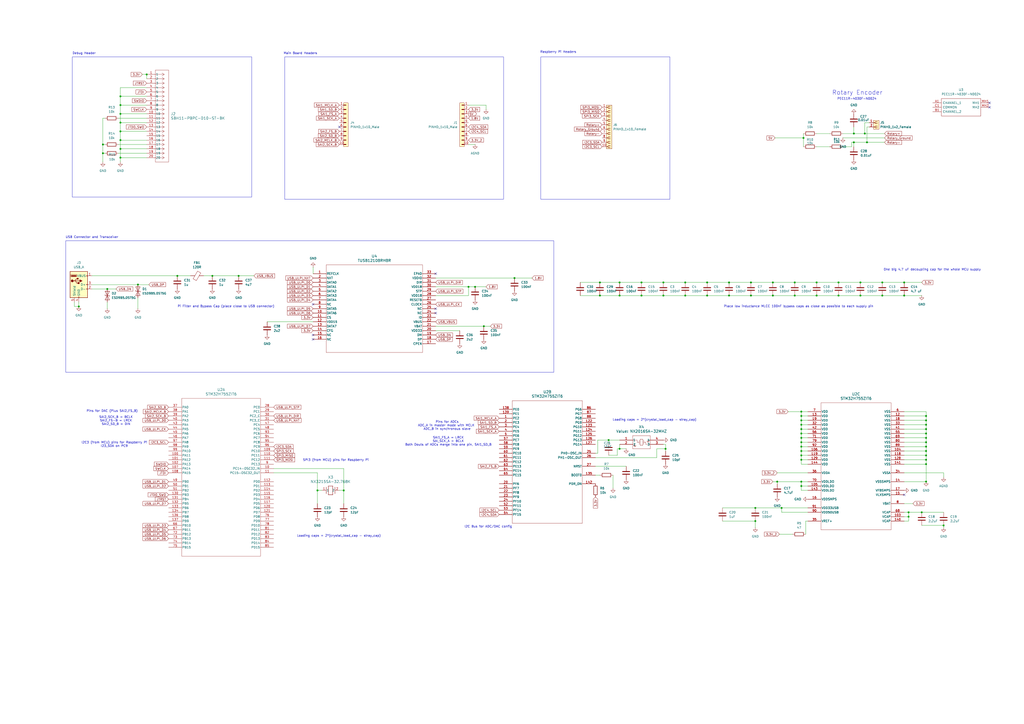
<source format=kicad_sch>
(kicad_sch (version 20231120) (generator "eeschema") (generator_version "8.0")
  (paper "A2")
  (junction (at 384.81 171.45))
  (junction (at 199.39 284.48))
  (junction (at 298.45 161.29))
  (junction (at 499.11 171.45))
  (junction (at 527.05 299.72))
  (junction (at 511.81 171.45))
  (junction (at 422.91 171.45))
  (junction (at 372.11 163.83))
  (junction (at 384.81 163.83))
  (junction (at 69.85 66.04))
  (junction (at 464.82 254))
  (junction (at 397.51 171.45))
  (junction (at 524.51 163.83))
  (junction (at 537.21 254))
  (junction (at 448.31 171.45))
  (junction (at 466.09 80.01))
  (junction (at 453.39 294.64))
  (junction (at 464.82 256.54))
  (junction (at 473.71 163.83))
  (junction (at 537.21 269.24))
  (junction (at 386.08 260.35))
  (junction (at 486.41 171.45))
  (junction (at 537.21 279.4))
  (junction (at 537.21 241.3))
  (junction (at 69.85 91.44))
  (junction (at 537.21 259.08))
  (junction (at 102.87 160.02))
  (junction (at 461.01 171.45))
  (junction (at 353.06 255.27))
  (junction (at 347.98 171.45))
  (junction (at 464.82 259.08))
  (junction (at 464.82 281.94))
  (junction (at 275.59 166.37))
  (junction (at 464.82 279.4))
  (junction (at 537.21 251.46))
  (junction (at 59.69 88.9))
  (junction (at 464.82 261.62))
  (junction (at 464.82 251.46))
  (junction (at 495.3 77.47))
  (junction (at 359.41 163.83))
  (junction (at 438.15 294.64))
  (junction (at 69.85 55.88))
  (junction (at 372.11 171.45))
  (junction (at 524.51 171.45))
  (junction (at 359.41 260.35))
  (junction (at 495.3 82.55))
  (junction (at 59.69 83.82))
  (junction (at 501.65 77.47))
  (junction (at 537.21 261.62))
  (junction (at 499.11 163.83))
  (junction (at 280.67 189.23))
  (junction (at 435.61 163.83))
  (junction (at 271.78 166.37))
  (junction (at 527.05 297.18))
  (junction (at 486.41 163.83))
  (junction (at 464.82 246.38))
  (junction (at 184.15 284.48))
  (junction (at 69.85 76.2))
  (junction (at 347.98 163.83))
  (junction (at 359.41 171.45))
  (junction (at 534.67 297.18))
  (junction (at 537.21 264.16))
  (junction (at 537.21 248.92))
  (junction (at 511.81 163.83))
  (junction (at 547.37 304.8))
  (junction (at 435.61 171.45))
  (junction (at 473.71 171.45))
  (junction (at 69.85 71.12))
  (junction (at 62.23 167.64))
  (junction (at 537.21 243.84))
  (junction (at 123.19 160.02))
  (junction (at 464.82 241.3))
  (junction (at 537.21 246.38))
  (junction (at 69.85 81.28))
  (junction (at 537.21 266.7))
  (junction (at 537.21 256.54))
  (junction (at 80.01 165.1))
  (junction (at 464.82 264.16))
  (junction (at 461.01 163.83))
  (junction (at 397.51 163.83))
  (junction (at 138.43 160.02))
  (junction (at 69.85 60.96))
  (junction (at 410.21 171.45))
  (junction (at 464.82 238.76))
  (junction (at 410.21 163.83))
  (junction (at 464.82 266.7))
  (junction (at 450.85 279.4))
  (junction (at 85.09 43.18))
  (junction (at 464.82 248.92))
  (junction (at 438.15 302.26))
  (junction (at 464.82 243.84))
  (junction (at 448.31 163.83))
  (junction (at 69.85 86.36))
  (junction (at 45.72 177.8))
  (junction (at 422.91 163.83))
  (junction (at 502.92 82.55))
  (no_connect (at 574.04 62.23))
  (no_connect (at 196.85 73.66))
  (no_connect (at 252.73 181.61))
  (no_connect (at 181.61 196.85))
  (no_connect (at 574.04 59.69))
  (no_connect (at 181.61 194.31))
  (no_connect (at 524.51 287.02))
  (no_connect (at 252.73 179.07))
  (no_connect (at 252.73 158.75))
  (no_connect (at 181.61 176.53))
  (wire (pts (xy 468.63 241.3) (xy 464.82 241.3)))
  (wire (pts (xy 68.58 83.82) (xy 85.09 83.82)))
  (wire (pts (xy 438.15 294.64) (xy 419.1 294.64)))
  (wire (pts (xy 534.67 297.18) (xy 547.37 297.18)))
  (wire (pts (xy 464.82 243.84) (xy 464.82 246.38)))
  (wire (pts (xy 464.82 261.62) (xy 464.82 264.16)))
  (wire (pts (xy 452.12 309.88) (xy 459.74 309.88)))
  (wire (pts (xy 504.19 71.12) (xy 501.65 71.12)))
  (wire (pts (xy 464.82 256.54) (xy 468.63 256.54)))
  (wire (pts (xy 488.95 80.01) (xy 513.08 80.01)))
  (wire (pts (xy 464.82 251.46) (xy 468.63 251.46)))
  (wire (pts (xy 69.85 71.12) (xy 69.85 76.2)))
  (wire (pts (xy 69.85 86.36) (xy 85.09 86.36)))
  (wire (pts (xy 524.51 163.83) (xy 534.67 163.83)))
  (wire (pts (xy 69.85 71.12) (xy 85.09 71.12)))
  (wire (pts (xy 82.55 43.18) (xy 85.09 43.18)))
  (wire (pts (xy 358.14 260.35) (xy 359.41 260.35)))
  (wire (pts (xy 464.82 269.24) (xy 468.63 269.24)))
  (wire (pts (xy 43.18 177.8) (xy 45.72 177.8)))
  (wire (pts (xy 524.51 299.72) (xy 527.05 299.72)))
  (wire (pts (xy 422.91 163.83) (xy 435.61 163.83)))
  (wire (pts (xy 69.85 76.2) (xy 85.09 76.2)))
  (wire (pts (xy 486.41 163.83) (xy 499.11 163.83)))
  (wire (pts (xy 336.55 163.83) (xy 347.98 163.83)))
  (wire (pts (xy 438.15 302.26) (xy 438.15 306.07)))
  (wire (pts (xy 501.65 71.12) (xy 501.65 77.47)))
  (wire (pts (xy 511.81 163.83) (xy 524.51 163.83)))
  (wire (pts (xy 494.03 82.55) (xy 495.3 82.55)))
  (wire (pts (xy 473.71 77.47) (xy 481.33 77.47)))
  (wire (pts (xy 69.85 81.28) (xy 85.09 81.28)))
  (wire (pts (xy 419.1 302.26) (xy 438.15 302.26)))
  (wire (pts (xy 448.31 279.4) (xy 450.85 279.4)))
  (wire (pts (xy 453.39 297.18) (xy 453.39 294.64)))
  (wire (pts (xy 62.23 175.26) (xy 62.23 179.07)))
  (wire (pts (xy 372.11 163.83) (xy 384.81 163.83)))
  (wire (pts (xy 464.82 259.08) (xy 464.82 261.62)))
  (wire (pts (xy 464.82 281.94) (xy 464.82 284.48)))
  (wire (pts (xy 43.18 175.26) (xy 43.18 177.8)))
  (wire (pts (xy 537.21 238.76) (xy 537.21 241.3)))
  (wire (pts (xy 69.85 81.28) (xy 69.85 86.36)))
  (wire (pts (xy 298.45 161.29) (xy 252.73 161.29)))
  (wire (pts (xy 464.82 254) (xy 464.82 256.54)))
  (wire (pts (xy 397.51 171.45) (xy 410.21 171.45)))
  (wire (pts (xy 53.34 165.1) (xy 80.01 165.1)))
  (wire (pts (xy 450.85 279.4) (xy 450.85 280.67)))
  (wire (pts (xy 410.21 163.83) (xy 422.91 163.83)))
  (wire (pts (xy 511.81 171.45) (xy 524.51 171.45)))
  (wire (pts (xy 513.08 77.47) (xy 501.65 77.47)))
  (wire (pts (xy 502.92 73.66) (xy 502.92 82.55)))
  (wire (pts (xy 537.21 251.46) (xy 537.21 254)))
  (wire (pts (xy 495.3 82.55) (xy 495.3 85.09)))
  (wire (pts (xy 347.98 163.83) (xy 359.41 163.83)))
  (wire (pts (xy 464.82 238.76) (xy 468.63 238.76)))
  (wire (pts (xy 464.82 261.62) (xy 468.63 261.62)))
  (wire (pts (xy 358.14 260.35) (xy 358.14 264.16)))
  (wire (pts (xy 450.85 274.32) (xy 468.63 274.32)))
  (wire (pts (xy 271.78 166.37) (xy 275.59 166.37)))
  (wire (pts (xy 275.59 166.37) (xy 281.94 166.37)))
  (wire (pts (xy 524.51 254) (xy 537.21 254)))
  (wire (pts (xy 524.51 248.92) (xy 537.21 248.92)))
  (wire (pts (xy 184.15 284.48) (xy 184.15 292.1)))
  (wire (pts (xy 186.69 284.48) (xy 184.15 284.48)))
  (wire (pts (xy 537.21 243.84) (xy 537.21 246.38)))
  (wire (pts (xy 386.08 260.35) (xy 386.08 261.62)))
  (wire (pts (xy 537.21 259.08) (xy 537.21 261.62)))
  (wire (pts (xy 504.19 73.66) (xy 502.92 73.66)))
  (wire (pts (xy 359.41 171.45) (xy 372.11 171.45)))
  (wire (pts (xy 524.51 241.3) (xy 537.21 241.3)))
  (wire (pts (xy 154.94 186.69) (xy 181.61 186.69)))
  (wire (pts (xy 345.44 275.59) (xy 347.98 275.59)))
  (wire (pts (xy 359.41 255.27) (xy 353.06 255.27)))
  (wire (pts (xy 464.82 246.38) (xy 468.63 246.38)))
  (wire (pts (xy 359.41 163.83) (xy 372.11 163.83)))
  (wire (pts (xy 547.37 276.86) (xy 547.37 274.32)))
  (wire (pts (xy 527.05 299.72) (xy 527.05 302.26)))
  (wire (pts (xy 381 260.35) (xy 381 265.43)))
  (wire (pts (xy 467.36 309.88) (xy 467.36 302.26)))
  (wire (pts (xy 464.82 264.16) (xy 464.82 266.7)))
  (wire (pts (xy 386.08 260.35) (xy 381 260.35)))
  (wire (pts (xy 347.98 171.45) (xy 359.41 171.45)))
  (wire (pts (xy 524.51 256.54) (xy 537.21 256.54)))
  (wire (pts (xy 524.51 266.7) (xy 537.21 266.7)))
  (wire (pts (xy 464.82 251.46) (xy 464.82 254)))
  (wire (pts (xy 284.48 189.23) (xy 280.67 189.23)))
  (wire (pts (xy 62.23 167.64) (xy 67.31 167.64)))
  (wire (pts (xy 537.21 261.62) (xy 537.21 264.16)))
  (wire (pts (xy 199.39 271.78) (xy 199.39 284.48)))
  (wire (pts (xy 513.08 82.55) (xy 502.92 82.55)))
  (wire (pts (xy 524.51 297.18) (xy 527.05 297.18)))
  (wire (pts (xy 435.61 171.45) (xy 448.31 171.45)))
  (wire (pts (xy 464.82 254) (xy 468.63 254)))
  (wire (pts (xy 464.82 256.54) (xy 464.82 259.08)))
  (wire (pts (xy 473.71 163.83) (xy 486.41 163.83)))
  (wire (pts (xy 495.3 73.66) (xy 495.3 77.47)))
  (wire (pts (xy 422.91 163.83) (xy 422.91 165.1)))
  (wire (pts (xy 69.85 76.2) (xy 69.85 81.28)))
  (wire (pts (xy 355.6 275.59) (xy 355.6 283.21)))
  (wire (pts (xy 524.51 261.62) (xy 537.21 261.62)))
  (wire (pts (xy 353.06 255.27) (xy 353.06 256.54)))
  (wire (pts (xy 69.85 91.44) (xy 69.85 93.98)))
  (wire (pts (xy 464.82 264.16) (xy 468.63 264.16)))
  (wire (pts (xy 346.71 255.27) (xy 346.71 262.89)))
  (wire (pts (xy 537.21 241.3) (xy 537.21 243.84)))
  (wire (pts (xy 69.85 60.96) (xy 69.85 66.04)))
  (wire (pts (xy 537.21 256.54) (xy 537.21 259.08)))
  (wire (pts (xy 69.85 66.04) (xy 85.09 66.04)))
  (wire (pts (xy 53.34 167.64) (xy 62.23 167.64)))
  (wire (pts (xy 281.94 60.96) (xy 281.94 63.5)))
  (wire (pts (xy 499.11 163.83) (xy 511.81 163.83)))
  (wire (pts (xy 271.78 60.96) (xy 281.94 60.96)))
  (wire (pts (xy 69.85 60.96) (xy 85.09 60.96)))
  (wire (pts (xy 252.73 166.37) (xy 271.78 166.37)))
  (wire (pts (xy 502.92 82.55) (xy 495.3 82.55)))
  (wire (pts (xy 60.96 68.58) (xy 59.69 68.58)))
  (wire (pts (xy 473.71 171.45) (xy 486.41 171.45)))
  (wire (pts (xy 464.82 266.7) (xy 464.82 269.24)))
  (wire (pts (xy 59.69 68.58) (xy 59.69 83.82)))
  (wire (pts (xy 468.63 243.84) (xy 464.82 243.84)))
  (wire (pts (xy 524.51 292.1) (xy 529.59 292.1)))
  (wire (pts (xy 386.08 257.81) (xy 386.08 260.35)))
  (wire (pts (xy 138.43 160.02) (xy 147.32 160.02)))
  (wire (pts (xy 80.01 172.72) (xy 80.01 179.07)))
  (wire (pts (xy 464.82 279.4) (xy 468.63 279.4)))
  (wire (pts (xy 464.82 248.92) (xy 468.63 248.92)))
  (wire (pts (xy 488.95 85.09) (xy 494.03 85.09)))
  (wire (pts (xy 537.21 264.16) (xy 537.21 266.7)))
  (wire (pts (xy 524.51 264.16) (xy 537.21 264.16)))
  (wire (pts (xy 252.73 171.45) (xy 271.78 171.45)))
  (wire (pts (xy 196.85 284.48) (xy 199.39 284.48)))
  (wire (pts (xy 199.39 284.48) (xy 199.39 292.1)))
  (wire (pts (xy 473.71 85.09) (xy 481.33 85.09)))
  (wire (pts (xy 123.19 160.02) (xy 138.43 160.02)))
  (wire (pts (xy 384.81 163.83) (xy 397.51 163.83)))
  (wire (pts (xy 527.05 297.18) (xy 534.67 297.18)))
  (wire (pts (xy 467.36 302.26) (xy 468.63 302.26)))
  (wire (pts (xy 271.78 171.45) (xy 271.78 166.37)))
  (wire (pts (xy 524.51 246.38) (xy 537.21 246.38)))
  (wire (pts (xy 435.61 163.83) (xy 448.31 163.83)))
  (wire (pts (xy 158.75 274.32) (xy 184.15 274.32)))
  (wire (pts (xy 464.82 238.76) (xy 464.82 241.3)))
  (wire (pts (xy 461.01 163.83) (xy 473.71 163.83)))
  (wire (pts (xy 494.03 85.09) (xy 494.03 82.55)))
  (wire (pts (xy 486.41 171.45) (xy 499.11 171.45)))
  (wire (pts (xy 118.11 160.02) (xy 123.19 160.02)))
  (wire (pts (xy 527.05 297.18) (xy 527.05 299.72)))
  (wire (pts (xy 464.82 246.38) (xy 464.82 248.92)))
  (wire (pts (xy 537.21 269.24) (xy 537.21 279.4)))
  (wire (pts (xy 524.51 171.45) (xy 534.67 171.45)))
  (wire (pts (xy 397.51 163.83) (xy 410.21 163.83)))
  (wire (pts (xy 363.22 260.35) (xy 359.41 260.35)))
  (wire (pts (xy 59.69 83.82) (xy 60.96 83.82)))
  (wire (pts (xy 464.82 279.4) (xy 464.82 281.94)))
  (wire (pts (xy 69.85 91.44) (xy 85.09 91.44)))
  (wire (pts (xy 69.85 66.04) (xy 69.85 71.12)))
  (wire (pts (xy 59.69 88.9) (xy 60.96 88.9)))
  (wire (pts (xy 453.39 294.64) (xy 438.15 294.64)))
  (wire (pts (xy 102.87 160.02) (xy 110.49 160.02)))
  (wire (pts (xy 53.34 160.02) (xy 102.87 160.02)))
  (wire (pts (xy 69.85 86.36) (xy 69.85 91.44)))
  (wire (pts (xy 468.63 294.64) (xy 453.39 294.64)))
  (wire (pts (xy 464.82 259.08) (xy 468.63 259.08)))
  (wire (pts (xy 488.95 77.47) (xy 495.3 77.47)))
  (wire (pts (xy 464.82 266.7) (xy 468.63 266.7)))
  (wire (pts (xy 534.67 304.8) (xy 547.37 304.8)))
  (wire (pts (xy 68.58 88.9) (xy 85.09 88.9)))
  (wire (pts (xy 69.85 50.8) (xy 69.85 55.88)))
  (wire (pts (xy 280.67 189.23) (xy 252.73 189.23)))
  (wire (pts (xy 308.61 161.29) (xy 298.45 161.29)))
  (wire (pts (xy 59.69 88.9) (xy 59.69 93.98)))
  (wire (pts (xy 464.82 241.3) (xy 464.82 243.84)))
  (wire (pts (xy 524.51 243.84) (xy 537.21 243.84)))
  (wire (pts (xy 59.69 83.82) (xy 59.69 88.9)))
  (wire (pts (xy 158.75 271.78) (xy 199.39 271.78)))
  (wire (pts (xy 85.09 68.58) (xy 68.58 68.58)))
  (wire (pts (xy 384.81 257.81) (xy 386.08 257.81)))
  (wire (pts (xy 461.01 171.45) (xy 473.71 171.45)))
  (wire (pts (xy 353.06 255.27) (xy 346.71 255.27)))
  (wire (pts (xy 464.82 284.48) (xy 468.63 284.48)))
  (wire (pts (xy 85.09 43.18) (xy 85.09 45.72)))
  (wire (pts (xy 45.72 175.26) (xy 45.72 177.8)))
  (wire (pts (xy 69.85 55.88) (xy 69.85 60.96)))
  (wire (pts (xy 464.82 281.94) (xy 468.63 281.94)))
  (wire (pts (xy 448.31 163.83) (xy 461.01 163.83)))
  (wire (pts (xy 527.05 302.26) (xy 524.51 302.26)))
  (wire (pts (xy 448.31 171.45) (xy 461.01 171.45)))
  (wire (pts (xy 468.63 297.18) (xy 453.39 297.18)))
  (wire (pts (xy 524.51 259.08) (xy 537.21 259.08)))
  (wire (pts (xy 499.11 171.45) (xy 511.81 171.45)))
  (wire (pts (xy 381 265.43) (xy 345.44 265.43)))
  (wire (pts (xy 466.09 80.01) (xy 466.09 77.47)))
  (wire (pts (xy 346.71 262.89) (xy 345.44 262.89)))
  (wire (pts (xy 449.58 80.01) (xy 466.09 80.01)))
  (wire (pts (xy 524.51 251.46) (xy 537.21 251.46)))
  (wire (pts (xy 336.55 171.45) (xy 347.98 171.45)))
  (wire (pts (xy 85.09 50.8) (xy 69.85 50.8)))
  (wire (pts (xy 464.82 248.92) (xy 464.82 251.46)))
  (wire (pts (xy 501.65 77.47) (xy 495.3 77.47)))
  (wire (pts (xy 547.37 304.8) (xy 547.37 306.07)))
  (wire (pts (xy 80.01 165.1) (xy 86.36 165.1)))
  (wire (pts (xy 359.41 257.81) (xy 359.41 260.35)))
  (wire (pts (xy 450.85 279.4) (xy 464.82 279.4)))
  (wire (pts (xy 547.37 274.32) (xy 524.51 274.32)))
  (wire (pts (xy 252.73 191.77) (xy 266.7 191.77)))
  (wire (pts (xy 184.15 274.32) (xy 184.15 284.48)))
  (wire (pts (xy 69.85 55.88) (xy 85.09 55.88)))
  (wire (pts (xy 466.09 80.01) (xy 466.09 85.09)))
  (wire (pts (xy 181.61 154.94) (xy 181.61 158.75)))
  (wire (pts (xy 537.21 266.7) (xy 537.21 269.24)))
  (wire (pts (xy 345.44 270.51) (xy 363.22 270.51)))
  (wire (pts (xy 524.51 279.4) (xy 537.21 279.4)))
  (wire (pts (xy 271.78 83.82) (xy 275.59 83.82)))
  (wire (pts (xy 422.91 171.45) (xy 435.61 171.45)))
  (wire (pts (xy 537.21 248.92) (xy 537.21 251.46)))
  (wire (pts (xy 410.21 171.45) (xy 422.91 171.45)))
  (wire (pts (xy 524.51 238.76) (xy 537.21 238.76)))
  (wire (pts (xy 537.21 254) (xy 537.21 256.54)))
  (wire (pts (xy 384.81 171.45) (xy 397.51 171.45)))
  (wire (pts (xy 358.14 264.16) (xy 353.06 264.16)))
  (wire (pts (xy 457.2 238.76) (xy 464.82 238.76)))
  (wire (pts (xy 372.11 171.45) (xy 384.81 171.45)))
  (wire (pts (xy 524.51 269.24) (xy 537.21 269.24)))
  (wire (pts (xy 537.21 246.38) (xy 537.21 248.92)))
  (rectangle (start 313.69 33.02) (end 388.62 115.57))
  (rectangle (start 38.1 139.7) (end 321.31 215.9))
  (rectangle (start 165.1 33.02) (end 292.1 115.57))
  (rectangle (start 41.91 33.02) (end 146.05 114.3))
  (text "Loading caps = 2*(crystal_load_cap - stray_cap)" (at 196.596 310.896 0) (effects (font (size 1.27 1.27))))
  (text "Debug Header" (at 48.768 30.988 0) (effects (font (size 1.27 1.27))))
  (text "Pins for DAC (Plus SAI2_FS_B)" (at 65.024 238.506 0) (effects (font (size 1.27 1.27))))
  (text "Loading caps = 2*(crystal_load_cap - stray_cap)" (at 379.73 243.586 0) (effects (font (size 1.27 1.27))))
  (text "Rotary Encoder" (at 497.332 53.848 0) (effects (font (size 2.54 2.54))))
  (text "Pi Filter and Bypass Cap (place close to USB connector)\n" (at 131.064 177.8 0) (effects (font (size 1.27 1.27))))
  (text "SPI3 (from MCU) pins for Raspberry Pi\n" (at 194.818 266.954 0) (effects (font (size 1.27 1.27))))
  (text "SAI2_SCK_B = BCLK\nSAI2_FS-B = LRCK\nSAI2_SD_B = DIN" (at 67.31 244.094 0) (effects (font (size 1.27 1.27))))
  (text "USB Connector and Transceiver" (at 53.34 137.668 0) (effects (font (size 1.27 1.27))))
  (text "Place low inductance MLCC 100nF bypass caps as close as possible to each supply pin" (at 463.296 177.8 0) (effects (font (size 1.27 1.27))))
  (text "PEC11R-4030F-N0024" (at 497.078 57.404 0) (effects (font (size 1.27 1.27))))
  (text "Raspberry Pi Headers" (at 323.85 30.226 0) (effects (font (size 1.27 1.27))))
  (text "I2C3 (from MCU) pins for Raspberry Pi\nI23_SDA on PC9" (at 66.294 257.81 0) (effects (font (size 1.27 1.27))))
  (text "I2C Bus for ADC/DAC config" (at 283.21 305.562 0) (effects (font (size 1.27 1.27))))
  (text "One big 4.7 uF decoupling cap for the whole MCU supply" (at 540.766 156.464 0) (effects (font (size 1.27 1.27))))
  (text "SAI1_FS_A = LRCK\nSAI_SCK_A = BCLK\nBoth Douts of ADCs merge into one pin, SAI1_SD_B" (at 260.096 256.032 0) (effects (font (size 1.27 1.27))))
  (text "Pins for ADCs\nADC_A in master mode with MCLK \nADC_B in synchronous slave\n" (at 259.334 246.888 0) (effects (font (size 1.27 1.27))))
  (text "Main Board Headers" (at 174.244 30.988 0) (effects (font (size 1.27 1.27))))
  (global_label "3.3V" (shape input) (at 271.78 63.5 0) (property "Intersheetrefs" "${INTERSHEET_REFS}" (effects (hide yes))))
  (global_label "SWDIO" (shape input) (at 85.09 58.42 180) (property "Intersheetrefs" "${INTERSHEET_REFS}" (effects (hide yes))))
  (global_label "SWCLK" (shape input) (at 97.79 271.78 180) (property "Intersheetrefs" "${INTERSHEET_REFS}" (effects (hide yes))))
  (global_label "USB_ULPI_D4" (shape input) (at 97.79 307.34 180) (property "Intersheetrefs" "${INTERSHEET_REFS}" (effects (hide yes))))
  (global_label "USB_ULPI_CK" (shape input) (at 252.73 176.53 0) (property "Intersheetrefs" "${INTERSHEET_REFS}" (effects (hide yes))))
  (global_label "SAI1_FS_A" (shape input) (at 289.56 247.65 180) (property "Intersheetrefs" "${INTERSHEET_REFS}" (effects (hide yes))))
  (global_label "SAI1_MCLK_A" (shape input) (at 289.56 242.57 180) (property "Intersheetrefs" "${INTERSHEET_REFS}" (effects (hide yes))))
  (global_label "USB_ULPI_D7" (shape input) (at 181.61 189.23 180) (property "Intersheetrefs" "${INTERSHEET_REFS}" (effects (hide yes))))
  (global_label "I2C3_SDA" (shape input) (at 349.25 82.55 180) (property "Intersheetrefs" "${INTERSHEET_REFS}" (effects (hide yes))))
  (global_label "USB_ULPI_STP" (shape input) (at 158.75 236.22 0) (property "Intersheetrefs" "${INTERSHEET_REFS}" (effects (hide yes))))
  (global_label "SPI3_MISO" (shape input) (at 158.75 264.16 0) (property "Intersheetrefs" "${INTERSHEET_REFS}" (effects (hide yes))))
  (global_label "1.8V" (shape input) (at 281.94 166.37 0) (property "Intersheetrefs" "${INTERSHEET_REFS}" (effects (hide yes))))
  (global_label "I2C3_SDA" (shape input) (at 158.75 259.08 0) (property "Intersheetrefs" "${INTERSHEET_REFS}" (effects (hide yes))))
  (global_label "USB_ULPI_D5" (shape input) (at 181.61 179.07 180) (property "Intersheetrefs" "${INTERSHEET_REFS}" (effects (hide yes))))
  (global_label "USB_ULPI_D2" (shape input) (at 181.61 168.91 180) (property "Intersheetrefs" "${INTERSHEET_REFS}" (effects (hide yes))))
  (global_label "1.8V" (shape input) (at 308.61 161.29 0) (property "Intersheetrefs" "${INTERSHEET_REFS}" (effects (hide yes))))
  (global_label "USB_ULPI_D0" (shape input) (at 97.79 243.84 180) (property "Intersheetrefs" "${INTERSHEET_REFS}" (effects (hide yes))))
  (global_label "USB_ULPI_DIR" (shape input) (at 158.75 241.3 0) (property "Intersheetrefs" "${INTERSHEET_REFS}" (effects (hide yes))))
  (global_label "SAI1_SCK_A" (shape input) (at 289.56 250.19 180) (property "Intersheetrefs" "${INTERSHEET_REFS}" (effects (hide yes))))
  (global_label "3.3V" (shape input) (at 82.55 43.18 180) (property "Intersheetrefs" "${INTERSHEET_REFS}" (effects (hide yes))))
  (global_label "SAI1_SD_B" (shape input) (at 196.85 63.5 180) (property "Intersheetrefs" "${INTERSHEET_REFS}" (effects (hide yes))))
  (global_label "JTRST" (shape input) (at 97.79 289.56 180) (property "Intersheetrefs" "${INTERSHEET_REFS}" (effects (hide yes))))
  (global_label "USB_ULPI_D7" (shape input) (at 97.79 292.1 180) (property "Intersheetrefs" "${INTERSHEET_REFS}" (effects (hide yes))))
  (global_label "USB_VBUS" (shape input) (at 147.32 160.02 0) (property "Intersheetrefs" "${INTERSHEET_REFS}" (effects (hide yes))))
  (global_label "USB_ULPI_D5" (shape input) (at 97.79 309.88 180) (property "Intersheetrefs" "${INTERSHEET_REFS}" (effects (hide yes))))
  (global_label "5V" (shape input) (at 449.58 80.01 180) (property "Intersheetrefs" "${INTERSHEET_REFS}" (effects (hide yes))))
  (global_label "USB_ULPI_D3" (shape input) (at 181.61 171.45 180) (property "Intersheetrefs" "${INTERSHEET_REFS}" (effects (hide yes))))
  (global_label "3.3V_2" (shape input) (at 452.12 309.88 180) (property "Intersheetrefs" "${INTERSHEET_REFS}" (effects (hide yes))))
  (global_label "JTDO_SWO" (shape input) (at 97.79 287.02 180) (property "Intersheetrefs" "${INTERSHEET_REFS}" (effects (hide yes))))
  (global_label "JTDI" (shape input) (at 97.79 274.32 180) (property "Intersheetrefs" "${INTERSHEET_REFS}" (effects (hide yes))))
  (global_label "Rotary+" (shape input) (at 349.25 72.39 180) (property "Intersheetrefs" "${INTERSHEET_REFS}" (effects (hide yes))))
  (global_label "I2C4_SDA" (shape input) (at 271.78 73.66 0) (property "Intersheetrefs" "${INTERSHEET_REFS}" (effects (hide yes))))
  (global_label "SPI3_MOSI" (shape input) (at 349.25 62.23 180) (property "Intersheetrefs" "${INTERSHEET_REFS}" (effects (hide yes))))
  (global_label "USB_ULPI_D3" (shape input) (at 97.79 304.8 180) (property "Intersheetrefs" "${INTERSHEET_REFS}" (effects (hide yes))))
  (global_label "SWDIO" (shape input) (at 97.79 269.24 180) (property "Intersheetrefs" "${INTERSHEET_REFS}" (effects (hide yes))))
  (global_label "3.3V_2" (shape input) (at 450.85 274.32 180) (property "Intersheetrefs" "${INTERSHEET_REFS}" (effects (hide yes))))
  (global_label "SAI2_FS_B" (shape input) (at 289.56 270.51 180) (property "Intersheetrefs" "${INTERSHEET_REFS}" (effects (hide yes))))
  (global_label "I2C4_SDA" (shape input) (at 289.56 298.45 180) (property "Intersheetrefs" "${INTERSHEET_REFS}" (effects (hide yes))))
  (global_label "USB_ULPI_D6" (shape input) (at 97.79 312.42 180) (property "Intersheetrefs" "${INTERSHEET_REFS}" (effects (hide yes))))
  (global_label "Rotary_Ground" (shape input) (at 513.08 80.01 0) (property "Intersheetrefs" "${INTERSHEET_REFS}" (effects (hide yes))))
  (global_label "SAI2_MCLK_B" (shape input) (at 97.79 238.76 180) (property "Intersheetrefs" "${INTERSHEET_REFS}" (effects (hide yes))))
  (global_label "3.3V" (shape input) (at 457.2 238.76 180) (property "Intersheetrefs" "${INTERSHEET_REFS}" (effects (hide yes))))
  (global_label "USB_ULPI_D6" (shape input) (at 181.61 181.61 180) (property "Intersheetrefs" "${INTERSHEET_REFS}" (effects (hide yes))))
  (global_label "SAI2_SD_B" (shape input) (at 97.79 236.22 180) (property "Intersheetrefs" "${INTERSHEET_REFS}" (effects (hide yes))))
  (global_label "3.3V" (shape input) (at 345.44 288.29 270) (property "Intersheetrefs" "${INTERSHEET_REFS}" (effects (hide yes))))
  (global_label "USB_DP" (shape input) (at 252.73 196.85 0) (property "Intersheetrefs" "${INTERSHEET_REFS}" (effects (hide yes))))
  (global_label "JTRST" (shape input) (at 85.09 48.26 180) (property "Intersheetrefs" "${INTERSHEET_REFS}" (effects (hide yes))))
  (global_label "JTDI" (shape input) (at 85.09 53.34 180) (property "Intersheetrefs" "${INTERSHEET_REFS}" (effects (hide yes))))
  (global_label "USB_ULPI_D1" (shape input) (at 97.79 279.4 180) (property "Intersheetrefs" "${INTERSHEET_REFS}" (effects (hide yes))))
  (global_label "3.3V" (shape input) (at 448.31 279.4 180) (property "Intersheetrefs" "${INTERSHEET_REFS}" (effects (hide yes))))
  (global_label "USB_VBUS" (shape input) (at 252.73 186.69 0) (property "Intersheetrefs" "${INTERSHEET_REFS}" (effects (hide yes))))
  (global_label "Rotary-" (shape input) (at 513.08 82.55 0) (property "Intersheetrefs" "${INTERSHEET_REFS}" (effects (hide yes))))
  (global_label "JTDO_SWO" (shape input) (at 85.09 73.66 180) (property "Intersheetrefs" "${INTERSHEET_REFS}" (effects (hide yes))))
  (global_label "USB_DN" (shape input) (at 252.73 194.31 0) (property "Intersheetrefs" "${INTERSHEET_REFS}" (effects (hide yes))))
  (global_label "SAI1_SCK_A" (shape input) (at 196.85 68.58 180) (property "Intersheetrefs" "${INTERSHEET_REFS}" (effects (hide yes))))
  (global_label "I2C4_SCL" (shape input) (at 289.56 295.91 180) (property "Intersheetrefs" "${INTERSHEET_REFS}" (effects (hide yes))))
  (global_label "SPI3_SCK" (shape input) (at 349.25 67.31 180) (property "Intersheetrefs" "${INTERSHEET_REFS}" (effects (hide yes))))
  (global_label "USB_DP" (shape input) (at 86.36 165.1 0) (property "Intersheetrefs" "${INTERSHEET_REFS}" (effects (hide yes))))
  (global_label "Rotary-" (shape input) (at 349.25 77.47 180) (property "Intersheetrefs" "${INTERSHEET_REFS}" (effects (hide yes))))
  (global_label "5V" (shape output) (at 271.78 66.04 0) (property "Intersheetrefs" "${INTERSHEET_REFS}" (effects (hide yes))))
  (global_label "USB_ULPI_D1" (shape input) (at 181.61 166.37 180) (property "Intersheetrefs" "${INTERSHEET_REFS}" (effects (hide yes))))
  (global_label "SAI1_MCLK_A" (shape input) (at 196.85 60.96 180) (property "Intersheetrefs" "${INTERSHEET_REFS}" (effects (hide yes))))
  (global_label "Rotary+" (shape input) (at 513.08 77.47 0) (property "Intersheetrefs" "${INTERSHEET_REFS}" (effects (hide yes))))
  (global_label "SPI3_MISO" (shape input) (at 349.25 64.77 180) (property "Intersheetrefs" "${INTERSHEET_REFS}" (effects (hide yes))))
  (global_label "SAI2_SCK_B" (shape input) (at 97.79 241.3 180) (property "Intersheetrefs" "${INTERSHEET_REFS}" (effects (hide yes))))
  (global_label "USB_ULPI_D0" (shape input) (at 181.61 163.83 180) (property "Intersheetrefs" "${INTERSHEET_REFS}" (effects (hide yes))))
  (global_label "SAI2_MCLK_B" (shape input) (at 196.85 81.28 180) (property "Intersheetrefs" "${INTERSHEET_REFS}" (effects (hide yes))))
  (global_label "SAI1_SD_B" (shape input) (at 289.56 245.11 180) (property "Intersheetrefs" "${INTERSHEET_REFS}" (effects (hide yes))))
  (global_label "3.3V" (shape input) (at 181.61 184.15 180) (property "Intersheetrefs" "${INTERSHEET_REFS}" (effects (hide yes))))
  (global_label "I2C4_SCL" (shape input) (at 271.78 76.2 0) (property "Intersheetrefs" "${INTERSHEET_REFS}" (effects (hide yes))))
  (global_label "Rotary_Ground" (shape input) (at 349.25 74.93 180) (property "Intersheetrefs" "${INTERSHEET_REFS}" (effects (hide yes))))
  (global_label "3.3V" (shape input) (at 529.59 292.1 0) (property "Intersheetrefs" "${INTERSHEET_REFS}" (effects (hide yes))))
  (global_label "SAI2_SCK_B" (shape input) (at 196.85 83.82 180) (property "Intersheetrefs" "${INTERSHEET_REFS}" (effects (hide yes))))
  (global_label "USB_ULPI_D2" (shape input) (at 97.79 281.94 180) (property "Intersheetrefs" "${INTERSHEET_REFS}" (effects (hide yes))))
  (global_label "USB_ULPI_NXT" (shape input) (at 158.75 243.84 0) (property "Intersheetrefs" "${INTERSHEET_REFS}" (effects (hide yes))))
  (global_label "SPI3_MOSI" (shape input) (at 158.75 266.7 0) (property "Intersheetrefs" "${INTERSHEET_REFS}" (effects (hide yes))))
  (global_label "USB_ULPI_DIR" (shape input) (at 252.73 163.83 0) (property "Intersheetrefs" "${INTERSHEET_REFS}" (effects (hide yes))))
  (global_label "I2C3_SCL" (shape input) (at 97.79 256.54 180) (property "Intersheetrefs" "${INTERSHEET_REFS}" (effects (hide yes))))
  (global_label "USB_ULPI_STP" (shape input) (at 252.73 168.91 0) (property "Intersheetrefs" "${INTERSHEET_REFS}" (effects (hide yes))))
  (global_label "I2C3_SCL" (shape input) (at 349.25 85.09 180) (property "Intersheetrefs" "${INTERSHEET_REFS}" (effects (hide yes))))
  (global_label "3.3V" (shape input) (at 284.48 189.23 0) (property "Intersheetrefs" "${INTERSHEET_REFS}" (effects (hide yes))))
  (global_label "USB_ULPI_D4" (shape input) (at 181.61 173.99 180) (property "Intersheetrefs" "${INTERSHEET_REFS}" (effects (hide yes))))
  (global_label "SAI2_FS_B" (shape input) (at 196.85 76.2 180) (property "Intersheetrefs" "${INTERSHEET_REFS}" (effects (hide yes))))
  (global_label "3.3V_2" (shape input) (at 271.78 81.28 0) (property "Intersheetrefs" "${INTERSHEET_REFS}" (effects (hide yes))))
  (global_label "1.8V" (shape input) (at 271.78 68.58 0) (property "Intersheetrefs" "${INTERSHEET_REFS}" (effects (hide yes))))
  (global_label "3.3V" (shape input) (at 534.67 163.83 0) (property "Intersheetrefs" "${INTERSHEET_REFS}" (effects (hide yes))))
  (global_label "SPI3_SCK" (shape input) (at 158.75 261.62 0) (property "Intersheetrefs" "${INTERSHEET_REFS}" (effects (hide yes))))
  (global_label "3.3V" (shape input) (at 181.61 191.77 180) (property "Intersheetrefs" "${INTERSHEET_REFS}" (effects (hide yes))))
  (global_label "USB_ULPI_NXT" (shape input) (at 181.61 161.29 180) (property "Intersheetrefs" "${INTERSHEET_REFS}" (effects (hide yes))))
  (global_label "USB_ULPI_CK" (shape input) (at 97.79 248.92 180) (property "Intersheetrefs" "${INTERSHEET_REFS}" (effects (hide yes))))
  (global_label "SWCLK" (shape input) (at 85.09 63.5 180) (property "Intersheetrefs" "${INTERSHEET_REFS}" (effects (hide yes))))
  (global_label "SAI2_SD_B" (shape input) (at 196.85 78.74 180) (property "Intersheetrefs" "${INTERSHEET_REFS}" (effects (hide yes))))
  (global_label "SAI1_FS_A" (shape input) (at 196.85 66.04 180) (property "Intersheetrefs" "${INTERSHEET_REFS}" (effects (hide yes))))
  (global_label "USB_DN" (shape input) (at 67.31 167.64 0) (property "Intersheetrefs" "${INTERSHEET_REFS}" (effects (hide yes))))
  (symbol (lib_id "power:GND") (at 547.37 306.07 0) (unit 1)
    (property "Reference" "#PWR09" (effects (hide yes)))
    (property "Value" "GND" (at 547.37 311.15 0))
    (property "Description" "Power symbol creates a global label with name \"GND\" , ground" (effects (hide yes)))
  )
  (symbol (lib_id "power:GND") (at 468.63 289.56 270) (unit 1)
    (property "Reference" "#PWR08" (effects (hide yes)))
    (property "Value" "GND" (at 464.82 289.5599 90) (effects (justify right)))
    (property "Description" "Power symbol creates a global label with name \"GND\" , ground" (effects (hide yes)))
  )
  (symbol (lib_id "SDLibrary:SBH11-PBPC-D10-ST-BK") (at 85.09 43.18 0) (unit 1)
    (property "Reference" "J2" (at 99.06 66.0399 0) (effects (font (size 1.524 1.524)) (justify left)))
    (property "Value" "SBH11-PBPC-D10-ST-BK" (at 99.06 68.5799 0) (effects (font (size 1.524 1.524)) (justify left)))
    (property "Footprint" "SamacSys_Parts:FTSH-110-XX-YYY-DV-K" (effects (hide yes)))
    (property "Datasheet" "SBH11-PBPC-D10-ST-BK" (effects (hide yes)))
  )
  (symbol (lib_id "Device:C") (at 102.87 163.83 0) (unit 1)
    (property "Reference" "C31" (at 106.68 162.5599 0) (effects (justify left)))
    (property "Value" "1u" (at 106.68 165.0999 0) (effects (justify left)))
    (property "Description" "Unpolarized capacitor" (effects (hide yes)))
  )
  (symbol (lib_id "Device:C") (at 524.51 167.64 0) (unit 1)
    (property "Reference" "C14" (at 528.32 166.3699 0) (effects (justify left)))
    (property "Value" "4.7 uF" (at 528.32 168.9099 0) (effects (justify left)))
    (property "Footprint" "Capacitor_SMD:C_0603_1608Metric_Pad1.08x0.95mm_HandSolder" (effects (hide yes)))
    (property "Description" "Unpolarized capacitor" (effects (hide yes)))
  )
  (symbol (lib_id "Device:R") (at 485.14 85.09 90) (unit 1)
    (property "Reference" "R11" (at 485.394 80.772 90))
    (property "Value" "10k" (at 485.394 82.296 90))
    (property "Footprint" "Resistor_SMD:R_0805_2012Metric" (effects (hide yes)))
    (property "Description" "Resistor" (effects (hide yes)))
  )
  (symbol (lib_id "Device:C") (at 363.22 274.32 0) (unit 1)
    (property "Reference" "C22" (at 367.03 273.0499 0) (effects (justify left)))
    (property "Value" "100nF" (at 367.03 275.5899 0) (effects (justify left)))
    (property "Footprint" "Capacitor_SMD:C_0603_1608Metric_Pad1.08x0.95mm_HandSolder" (effects (hide yes)))
    (property "Description" "Unpolarized capacitor" (effects (hide yes)))
  )
  (symbol (lib_id "Device:C") (at 448.31 167.64 0) (unit 1)
    (property "Reference" "C8" (at 452.12 166.3699 0) (effects (justify left)))
    (property "Value" "100nF" (at 452.12 168.9099 0) (effects (justify left)))
    (property "Footprint" "Capacitor_SMD:C_0603_1608Metric_Pad1.08x0.95mm_HandSolder" (effects (hide yes)))
    (property "Description" "Unpolarized capacitor" (effects (hide yes)))
  )
  (symbol (lib_id "Connector:USB_A") (at 45.72 165.1 0) (unit 1)
    (property "Reference" "J3" (at 45.72 152.4 0))
    (property "Value" "USB_A" (at 45.72 154.94 0))
    (property "Description" "USB Type A connector" (effects (hide yes)))
  )
  (symbol (lib_id "power:GND") (at 495.3 66.04 180) (unit 1)
    (property "Reference" "#PWR024" (effects (hide yes)))
    (property "Value" "GND" (at 495.3 60.96 0))
    (property "Description" "Power symbol creates a global label with name \"GND\" , ground" (effects (hide yes)))
  )
  (symbol (lib_id "Device:C") (at 123.19 163.83 0) (unit 1)
    (property "Reference" "C32" (at 127 162.5599 0) (effects (justify left)))
    (property "Value" "1u" (at 127 165.0999 0) (effects (justify left)))
    (property "Description" "Unpolarized capacitor" (effects (hide yes)))
  )
  (symbol (lib_id "power:GND") (at 281.94 63.5 0) (unit 1)
    (property "Reference" "#PWR021" (effects (hide yes)))
    (property "Value" "GND" (at 281.94 68.58 0))
    (property "Description" "Power symbol creates a global label with name \"GND\" , ground" (effects (hide yes)))
  )
  (symbol (lib_id "Device:FerriteBead") (at 114.3 160.02 90) (unit 1)
    (property "Reference" "FB1" (at 114.2492 152.4 90))
    (property "Value" "120R" (at 114.2492 154.94 90))
    (property "Description" "Ferrite bead" (effects (hide yes)))
  )
  (symbol (lib_id "Device:C") (at 422.91 167.64 0) (unit 1)
    (property "Reference" "C6" (at 426.72 166.3699 0) (effects (justify left)))
    (property "Value" "100nF" (at 426.72 168.9099 0) (effects (justify left)))
    (property "Footprint" "Capacitor_SMD:C_0603_1608Metric_Pad1.08x0.95mm_HandSolder" (effects (hide yes)))
    (property "Description" "Unpolarized capacitor" (effects (hide yes)))
  )
  (symbol (lib_id "Device:R") (at 485.14 77.47 90) (unit 1)
    (property "Reference" "R9" (at 485.14 71.12 90))
    (property "Value" "10k" (at 485.14 73.66 90))
    (property "Footprint" "Resistor_SMD:R_0805_2012Metric" (effects (hide yes)))
    (property "Description" "Resistor" (effects (hide yes)))
  )
  (symbol (lib_id "Device:C") (at 266.7 195.58 0) (unit 1)
    (property "Reference" "C36" (at 270.51 194.3099 0) (effects (justify left)))
    (property "Value" "2u2" (at 270.51 196.8499 0) (effects (justify left)))
    (property "Footprint" "Capacitor_SMD:C_0603_1608Metric_Pad1.08x0.95mm_HandSolder" (effects (hide yes)))
    (property "Description" "Unpolarized capacitor" (effects (hide yes)))
  )
  (symbol (lib_id "Device:C") (at 397.51 167.64 0) (unit 1)
    (property "Reference" "C4" (at 401.32 166.3699 0) (effects (justify left)))
    (property "Value" "100nF" (at 401.32 168.9099 0) (effects (justify left)))
    (property "Footprint" "Capacitor_SMD:C_0603_1608Metric_Pad1.08x0.95mm_HandSolder" (effects (hide yes)))
    (property "Description" "Unpolarized capacitor" (effects (hide yes)))
  )
  (symbol (lib_id "Device:C") (at 435.61 167.64 0) (unit 1)
    (property "Reference" "C7" (at 439.42 166.3699 0) (effects (justify left)))
    (property "Value" "100nF" (at 439.42 168.9099 0) (effects (justify left)))
    (property "Footprint" "Capacitor_SMD:C_0603_1608Metric_Pad1.08x0.95mm_HandSolder" (effects (hide yes)))
    (property "Description" "Unpolarized capacitor" (effects (hide yes)))
  )
  (symbol (lib_id "power:GND") (at 534.67 171.45 0) (unit 1)
    (property "Reference" "#PWR05" (effects (hide yes)))
    (property "Value" "GND" (at 534.67 176.53 0))
    (property "Description" "Power symbol creates a global label with name \"GND\" , ground" (effects (hide yes)))
  )
  (symbol (lib_id "SDLibrary:TUSB1210BRHBR") (at 181.61 158.75 0) (unit 1)
    (property "Reference" "U4" (at 217.17 148.59 0) (effects (font (size 1.524 1.524))))
    (property "Value" "TUSB1210BRHBR" (at 217.17 151.13 0) (effects (font (size 1.524 1.524))))
    (property "Footprint" "RHB32_3P45X3P45" (effects (hide yes)))
    (property "Datasheet" "TUSB1210BRHBR" (effects (hide yes)))
  )
  (symbol (lib_id "Device:C") (at 473.71 167.64 0) (unit 1)
    (property "Reference" "C10" (at 477.52 166.3699 0) (effects (justify left)))
    (property "Value" "100nF" (at 477.52 168.9099 0) (effects (justify left)))
    (property "Footprint" "Capacitor_SMD:C_0603_1608Metric_Pad1.08x0.95mm_HandSolder" (effects (hide yes)))
    (property "Description" "Unpolarized capacitor" (effects (hide yes)))
  )
  (symbol (lib_id "power:GND") (at 69.85 93.98 0) (unit 1)
    (property "Reference" "#PWR020" (effects (hide yes)))
    (property "Value" "GND" (at 69.85 99.06 0))
    (property "Description" "Power symbol creates a global label with name \"GND\" , ground" (effects (hide yes)))
  )
  (symbol (lib_id "power:GND") (at 547.37 276.86 0) (unit 1)
    (property "Reference" "#PWR06" (effects (hide yes)))
    (property "Value" "AGND" (at 547.37 281.94 0))
    (property "Description" "Power symbol creates a global label with name \"GND\" , ground" (effects (hide yes)))
  )
  (symbol (lib_id "PCM_SL_Pin_Headers:PINHD_1x2_Female") (at 508 72.39 0) (unit 1)
    (property "Reference" "J5" (at 510.54 71.1199 0) (effects (justify left)))
    (property "Value" "PINHD_1x2_Female" (at 510.54 73.6599 0) (effects (justify left)))
    (property "Footprint" "Connector_PinSocket_2.54mm:PinSocket_1x02_P2.54mm_Vertical" (effects (hide yes)))
    (property "Description" "Pin Header female with pin space 2.54mm. Pin Count -2" (effects (hide yes)))
  )
  (symbol (lib_id "SDLibrary:NX3215SA-32.768K-STD-MUA-9") (at 186.69 284.48 0) (unit 1)
    (property "Reference" "X3" (at 191.77 276.86 0) (effects (font (size 1.524 1.524))))
    (property "Value" "NX3215SA-32.768K" (at 191.77 279.4 0) (effects (font (size 1.524 1.524))))
    (property "Footprint" "Inductor_SMD:L_6.3x6.3_H3" (effects (hide yes)))
  )
  (symbol (lib_id "Device:C") (at 372.11 167.64 0) (unit 1)
    (property "Reference" "C15" (at 375.92 166.3699 0) (effects (justify left)))
    (property "Value" "100nF" (at 375.92 168.9099 0) (effects (justify left)))
    (property "Footprint" "Capacitor_SMD:C_0603_1608Metric_Pad1.08x0.95mm_HandSolder" (effects (hide yes)))
    (property "Description" "Unpolarized capacitor" (effects (hide yes)))
  )
  (symbol (lib_id "power:GND") (at 495.3 92.71 0) (unit 1)
    (property "Reference" "#PWR025" (effects (hide yes)))
    (property "Value" "GND" (at 495.3 97.79 0))
    (property "Description" "Power symbol creates a global label with name \"GND\" , ground" (effects (hide yes)))
  )
  (symbol (lib_id "Device:C") (at 547.37 300.99 0) (unit 1)
    (property "Reference" "C19" (at 551.18 299.7199 0) (effects (justify left)))
    (property "Value" "2.2uF" (at 551.18 302.2599 0) (effects (justify left)))
    (property "Footprint" "Capacitor_SMD:C_0603_1608Metric_Pad1.08x0.95mm_HandSolder" (effects (hide yes)))
    (property "Description" "Unpolarized capacitor" (effects (hide yes)))
  )
  (symbol (lib_id "power:GND") (at 80.01 179.07 0) (unit 1)
    (property "Reference" "#PWR030" (effects (hide yes)))
    (property "Value" "GND" (at 80.01 184.15 0))
    (property "Description" "Power symbol creates a global label with name \"GND\" , ground" (effects (hide yes)))
  )
  (symbol (lib_id "power:GND") (at 363.22 278.13 0) (unit 1)
    (property "Reference" "#PWR012" (effects (hide yes)))
    (property "Value" "GND" (at 363.22 283.21 0))
    (property "Description" "Power symbol creates a global label with name \"GND\" , ground" (effects (hide yes)))
  )
  (symbol (lib_id "Device:C") (at 138.43 163.83 0) (unit 1)
    (property "Reference" "C37" (at 142.24 162.5599 0) (effects (justify left)))
    (property "Value" "4u7" (at 142.24 165.0999 0) (effects (justify left)))
    (property "Description" "Unpolarized capacitor" (effects (hide yes)))
  )
  (symbol (lib_id "Device:C") (at 450.85 284.48 0) (unit 1)
    (property "Reference" "C17" (at 454.66 283.2099 0) (effects (justify left)))
    (property "Value" "4.7uF" (at 454.66 285.7499 0) (effects (justify left)))
    (property "Footprint" "Capacitor_SMD:C_0603_1608Metric_Pad1.08x0.95mm_HandSolder" (effects (hide yes)))
    (property "Description" "Unpolarized capacitor" (effects (hide yes)))
  )
  (symbol (lib_id "power:GND") (at 181.61 154.94 180) (unit 1)
    (property "Reference" "#PWR036" (effects (hide yes)))
    (property "Value" "GND" (at 181.61 149.86 0))
    (property "Description" "Power symbol creates a global label with name \"GND\" , ground" (effects (hide yes)))
  )
  (symbol (lib_id "power:GND") (at 275.59 173.99 0) (unit 1)
    (property "Reference" "#PWR032" (effects (hide yes)))
    (property "Value" "GND" (at 275.59 179.07 0))
    (property "Description" "Power symbol creates a global label with name \"GND\" , ground" (effects (hide yes)))
  )
  (symbol (lib_id "Device:C") (at 154.94 190.5 0) (unit 1)
    (property "Reference" "C38" (at 158.75 189.2299 0) (effects (justify left)))
    (property "Value" "2u2" (at 158.75 191.7699 0) (effects (justify left)))
    (property "Footprint" "Capacitor_SMD:C_0603_1608Metric_Pad1.08x0.95mm_HandSolder" (effects (hide yes)))
    (property "Description" "Unpolarized capacitor" (effects (hide yes)))
  )
  (symbol (lib_id "Device:C") (at 280.67 193.04 0) (unit 1)
    (property "Reference" "C35" (at 284.48 191.7699 0) (effects (justify left)))
    (property "Value" "100nF" (at 284.48 194.3099 0) (effects (justify left)))
    (property "Footprint" "Capacitor_SMD:C_0603_1608Metric_Pad1.08x0.95mm_HandSolder" (effects (hide yes)))
    (property "Description" "Unpolarized capacitor" (effects (hide yes)))
  )
  (symbol (lib_id "Device:R") (at 64.77 83.82 270) (unit 1)
    (property "Reference" "R14" (at 64.77 77.47 90))
    (property "Value" "10k" (at 64.77 80.01 90))
    (property "Footprint" "Resistor_SMD:R_0805_2012Metric" (effects (hide yes)))
    (property "Description" "Resistor" (effects (hide yes)))
  )
  (symbol (lib_id "Device:C") (at 359.41 167.64 0) (unit 1)
    (property "Reference" "C16" (at 363.22 166.3699 0) (effects (justify left)))
    (property "Value" "100nF" (at 363.22 168.9099 0) (effects (justify left)))
    (property "Footprint" "Capacitor_SMD:C_0603_1608Metric_Pad1.08x0.95mm_HandSolder" (effects (hide yes)))
    (property "Description" "Unpolarized capacitor" (effects (hide yes)))
  )
  (symbol (lib_id "Device:C") (at 298.45 165.1 0) (unit 1)
    (property "Reference" "C33" (at 302.26 163.8299 0) (effects (justify left)))
    (property "Value" "100nF" (at 302.26 166.3699 0) (effects (justify left)))
    (property "Footprint" "Capacitor_SMD:C_0603_1608Metric_Pad1.08x0.95mm_HandSolder" (effects (hide yes)))
    (property "Description" "Unpolarized capacitor" (effects (hide yes)))
  )
  (symbol (lib_id "power:GND") (at 363.22 260.35 0) (unit 1)
    (property "Reference" "#PWR017" (effects (hide yes)))
    (property "Value" "GND" (at 366.522 263.906 0))
    (property "Description" "Power symbol creates a global label with name \"GND\" , ground" (effects (hide yes)))
  )
  (symbol (lib_id "power:GND") (at 298.45 168.91 0) (unit 1)
    (property "Reference" "#PWR031" (effects (hide yes)))
    (property "Value" "GND" (at 298.45 173.99 0))
    (property "Description" "Power symbol creates a global label with name \"GND\" , ground" (effects (hide yes)))
  )
  (symbol (lib_id "Device:R") (at 469.9 77.47 90) (unit 1)
    (property "Reference" "R8" (at 469.9 71.12 90))
    (property "Value" "10k" (at 469.9 73.66 90))
    (property "Footprint" "Resistor_SMD:R_0805_2012Metric" (effects (hide yes)))
    (property "Description" "Resistor" (effects (hide yes)))
  )
  (symbol (lib_id "power:GND") (at 537.21 279.4 0) (unit 1)
    (property "Reference" "#PWR04" (effects (hide yes)))
    (property "Value" "GND" (at 537.21 284.48 0))
    (property "Description" "Power symbol creates a global label with name \"GND\" , ground" (effects (hide yes)))
  )
  (symbol (lib_id "power:GND") (at 280.67 196.85 0) (unit 1)
    (property "Reference" "#PWR033" (effects (hide yes)))
    (property "Value" "GND" (at 280.67 201.93 0))
    (property "Description" "Power symbol creates a global label with name \"GND\" , ground" (effects (hide yes)))
  )
  (symbol (lib_id "SDLibrary:NX2016SA-32MHZ-EXS00A-CS06654") (at 359.41 255.27 0) (unit 1)
    (property "Reference" "X4" (at 372.11 247.65 0) (effects (font (size 1.524 1.524))))
    (property "Value" "NX2016SA-32MHZ" (at 372.11 250.19 0) (show_name yes) (effects (font (size 1.524 1.524))))
    (property "Footprint" "SamacSys_Parts:FA-238_EPS" (effects (hide yes)))
  )
  (symbol (lib_id "power:GND") (at 154.94 194.31 0) (unit 1)
    (property "Reference" "#PWR037" (effects (hide yes)))
    (property "Value" "GND" (at 154.94 199.39 0))
    (property "Description" "Power symbol creates a global label with name \"GND\" , ground" (effects (hide yes)))
  )
  (symbol (lib_id "Device:C") (at 336.55 167.64 0) (unit 1)
    (property "Reference" "C30" (at 340.36 166.3699 0) (effects (justify left)))
    (property "Value" "100nF" (at 340.36 168.9099 0) (effects (justify left)))
    (property "Footprint" "Capacitor_SMD:C_0603_1608Metric_Pad1.08x0.95mm_HandSolder" (effects (hide yes)))
    (property "Description" "Unpolarized capacitor" (effects (hide yes)))
  )
  (symbol (lib_id "Device:C") (at 511.81 167.64 0) (unit 1)
    (property "Reference" "C13" (at 515.62 166.3699 0) (effects (justify left)))
    (property "Value" "100nF" (at 515.62 168.9099 0) (effects (justify left)))
    (property "Footprint" "Capacitor_SMD:C_0603_1608Metric_Pad1.08x0.95mm_HandSolder" (effects (hide yes)))
    (property "Description" "Unpolarized capacitor" (effects (hide yes)))
  )
  (symbol (lib_id "power:GND") (at 123.19 167.64 0) (unit 1)
    (property "Reference" "#PWR028" (effects (hide yes)))
    (property "Value" "GND" (at 123.19 172.72 0))
    (property "Description" "Power symbol creates a global label with name \"GND\" , ground" (effects (hide yes)))
  )
  (symbol (lib_id "Device:C") (at 495.3 69.85 0) (unit 1)
    (property "Reference" "C27" (at 498.856 67.564 0) (effects (justify left)))
    (property "Value" "0.01uF" (at 497.586 69.596 0) (effects (justify left)))
    (property "Footprint" "Capacitor_SMD:C_0603_1608Metric_Pad1.08x0.95mm_HandSolder" (effects (hide yes)))
    (property "Description" "Unpolarized capacitor" (effects (hide yes)))
  )
  (symbol (lib_id "Device:R") (at 469.9 85.09 90) (unit 1)
    (property "Reference" "R10" (at 469.9 81.026 90))
    (property "Value" "10k" (at 469.9 83.058 90))
    (property "Footprint" "Resistor_SMD:R_0805_2012Metric" (effects (hide yes)))
    (property "Description" "Resistor" (effects (hide yes)))
  )
  (symbol (lib_id "Device:C") (at 199.39 295.91 0) (unit 1)
    (property "Reference" "C24" (at 203.2 294.6399 0) (effects (justify left)))
    (property "Value" "12pF" (at 203.2 297.1799 0) (effects (justify left)))
    (property "Footprint" "Capacitor_SMD:C_0603_1608Metric_Pad1.08x0.95mm_HandSolder" (effects (hide yes)))
    (property "Description" "Unpolarized capacitor" (effects (hide yes)))
  )
  (symbol (lib_id "power:GND") (at 138.43 167.64 0) (unit 1)
    (property "Reference" "#PWR035" (effects (hide yes)))
    (property "Value" "GND" (at 138.43 172.72 0))
    (property "Description" "Power symbol creates a global label with name \"GND\" , ground" (effects (hide yes)))
  )
  (symbol (lib_id "power:GND") (at 386.08 269.24 0) (unit 1)
    (property "Reference" "#PWR018" (effects (hide yes)))
    (property "Value" "GND" (at 386.08 274.32 0))
    (property "Description" "Power symbol creates a global label with name \"GND\" , ground" (effects (hide yes)))
  )
  (symbol (lib_id "Device:R") (at 463.55 309.88 270) (unit 1)
    (property "Reference" "R5" (at 463.55 303.53 90))
    (property "Value" "47" (at 463.55 306.07 90))
    (property "Footprint" "Resistor_SMD:R_0805_2012Metric" (effects (hide yes)))
    (property "Description" "Resistor" (effects (hide yes)))
  )
  (symbol (lib_id "Diode:ESD9B5.0ST5G") (at 80.01 168.91 90) (unit 1)
    (property "Reference" "D1" (at 82.55 167.6399 90) (effects (justify right)))
    (property "Value" "ESD9B5.0ST5G" (at 82.55 170.1799 90) (effects (justify right)))
    (property "Footprint" "Diode_SMD:D_SOD-923" (effects (hide yes)))
    (property "Datasheet" "https://www.onsemi.com/pub/Collateral/ESD9B-D.PDF" (effects (hide yes)))
    (property "Description" "ESD protection diode, 5.0Vrwm, SOD-923" (effects (hide yes)))
  )
  (symbol (lib_id "power:GND") (at 45.72 177.8 0) (unit 1)
    (property "Reference" "#PWR026" (effects (hide yes)))
    (property "Value" "GND" (at 45.72 182.88 0))
    (property "Description" "Power symbol creates a global label with name \"GND\" , ground" (effects (hide yes)))
  )
  (symbol (lib_id "Diode:ESD9B5.0ST5G") (at 62.23 171.45 90) (unit 1)
    (property "Reference" "D2" (at 64.77 170.1799 90) (effects (justify right)))
    (property "Value" "ESD9B5.0ST5G" (at 64.77 172.7199 90) (effects (justify right)))
    (property "Footprint" "Diode_SMD:D_SOD-923" (effects (hide yes)))
    (property "Datasheet" "https://www.onsemi.com/pub/Collateral/ESD9B-D.PDF" (effects (hide yes)))
    (property "Description" "ESD protection diode, 5.0Vrwm, SOD-923" (effects (hide yes)))
  )
  (symbol (lib_id "power:GND") (at 184.15 299.72 0) (unit 1)
    (property "Reference" "#PWR014" (effects (hide yes)))
    (property "Value" "GND" (at 184.15 304.8 0))
    (property "Description" "Power symbol creates a global label with name \"GND\" , ground" (effects (hide yes)))
  )
  (symbol (lib_id "Device:C") (at 410.21 167.64 0) (unit 1)
    (property "Reference" "C5" (at 414.02 166.3699 0) (effects (justify left)))
    (property "Value" "100nF" (at 414.02 168.9099 0) (effects (justify left)))
    (property "Footprint" "Capacitor_SMD:C_0603_1608Metric_Pad1.08x0.95mm_HandSolder" (effects (hide yes)))
    (property "Description" "Unpolarized capacitor" (effects (hide yes)))
  )
  (symbol (lib_id "Device:R") (at 64.77 68.58 270) (unit 1)
    (property "Reference" "R13" (at 64.77 62.23 90))
    (property "Value" "10k" (at 64.77 64.77 90))
    (property "Footprint" "Resistor_SMD:R_0805_2012Metric" (effects (hide yes)))
    (property "Description" "Resistor" (effects (hide yes)))
  )
  (symbol (lib_id "Device:R") (at 351.79 275.59 90) (unit 1)
    (property "Reference" "R7" (at 351.79 269.24 90))
    (property "Value" "10k" (at 351.79 271.78 90))
    (property "Footprint" "Resistor_SMD:R_0805_2012Metric" (effects (hide yes)))
    (property "Description" "Resistor" (effects (hide yes)))
  )
  (symbol (lib_id "power:GND") (at 438.15 306.07 0) (unit 1)
    (property "Reference" "#PWR011" (effects (hide yes)))
    (property "Value" "GND" (at 438.15 311.15 0))
    (property "Description" "Power symbol creates a global label with name \"GND\" , ground" (effects (hide yes)))
  )
  (symbol (lib_id "power:GND") (at 488.95 80.01 0) (unit 1)
    (property "Reference" "#PWR023" (effects (hide yes)))
    (property "Value" "GND" (at 488.95 85.09 0))
    (property "Description" "Power symbol creates a global label with name \"GND\" , ground" (effects (hide yes)))
  )
  (symbol (lib_id "Device:C") (at 184.15 295.91 0) (unit 1)
    (property "Reference" "C23" (at 187.96 294.6399 0) (effects (justify left)))
    (property "Value" "12pF" (at 187.96 297.1799 0) (effects (justify left)))
    (property "Footprint" "Capacitor_SMD:C_0603_1608Metric_Pad1.08x0.95mm_HandSolder" (effects (hide yes)))
    (property "Description" "Unpolarized capacitor" (effects (hide yes)))
  )
  (symbol (lib_id "Device:R") (at 345.44 284.48 0) (unit 1)
    (property "Reference" "R6" (at 347.98 283.2099 0) (effects (justify left)))
    (property "Value" "10k" (at 347.98 285.7499 0) (effects (justify left)))
    (property "Footprint" "Resistor_SMD:R_0805_2012Metric" (effects (hide yes)))
    (property "Description" "Resistor" (effects (hide yes)))
  )
  (symbol (lib_id "PCM_SL_Pin_Headers:PINHD_1x10_Male") (at 200.66 72.39 0) (unit 1)
    (property "Reference" "J4" (at 203.2 71.1199 0) (effects (justify left)))
    (property "Value" "PINHD_1x10_Male" (at 203.2 73.6599 0) (effects (justify left)))
    (property "Footprint" "Connector_PinHeader_2.54mm:PinHeader_1x10_P2.54mm_Vertical" (effects (hide yes)))
    (property "Description" "Pin Header male with pin space 2.54mm. Pin Count -10" (effects (hide yes)))
  )
  (symbol (lib_id "Device:C") (at 384.81 167.64 0) (unit 1)
    (property "Reference" "C3" (at 388.62 166.3699 0) (effects (justify left)))
    (property "Value" "100nF" (at 388.62 168.9099 0) (effects (justify left)))
    (property "Footprint" "Capacitor_SMD:C_0603_1608Metric_Pad1.08x0.95mm_HandSolder" (effects (hide yes)))
    (property "Description" "Unpolarized capacitor" (effects (hide yes)))
  )
  (symbol (lib_id "power:GND") (at 355.6 283.21 0) (unit 1)
    (property "Reference" "#PWR013" (effects (hide yes)))
    (property "Value" "GND" (at 355.6 288.29 0))
    (property "Description" "Power symbol creates a global label with name \"GND\" , ground" (effects (hide yes)))
  )
  (symbol (lib_id "Device:C") (at 438.15 298.45 0) (unit 1)
    (property "Reference" "C21" (at 441.96 297.1799 0) (effects (justify left)))
    (property "Value" "100nF" (at 441.96 299.7199 0) (effects (justify left)))
    (property "Footprint" "Capacitor_SMD:C_0603_1608Metric_Pad1.08x0.95mm_HandSolder" (effects (hide yes)))
    (property "Description" "Unpolarized capacitor" (effects (hide yes)))
  )
  (symbol (lib_id "power:GND") (at 62.23 179.07 0) (unit 1)
    (property "Reference" "#PWR029" (effects (hide yes)))
    (property "Value" "GND" (at 62.23 184.15 0))
    (property "Description" "Power symbol creates a global label with name \"GND\" , ground" (effects (hide yes)))
  )
  (symbol (lib_id "SDLibrary:STM32H755ZIT6") (at 97.79 236.22 0) (unit 1)
    (property "Reference" "U2" (at 128.27 226.06 0) (effects (font (size 1.524 1.524))))
    (property "Value" "STM32H755ZIT6" (at 128.27 228.6 0) (effects (font (size 1.524 1.524))))
    (property "Footprint" "SamacSys_Parts:QFP50P2200X2200X160-144N" (effects (hide yes)))
    (property "Datasheet" "STM32H755ZIT6" (effects (hide yes)))
  )
  (symbol (lib_id "PCM_SL_Pin_Headers:PINHD_1x10_Male") (at 267.97 72.39 0) (mirror y) (unit 1)
    (property "Reference" "J1" (at 265.43 71.1199 0) (effects (justify left)))
    (property "Value" "PINHD_1x10_Male" (at 265.43 73.6599 0) (effects (justify left)))
    (property "Footprint" "Connector_PinHeader_2.54mm:PinHeader_1x10_P2.54mm_Vertical" (effects (hide yes)))
    (property "Description" "Pin Header male with pin space 2.54mm. Pin Count -10" (effects (hide yes)))
  )
  (symbol (lib_id "Device:C") (at 419.1 298.45 0) (unit 1)
    (property "Reference" "C20" (at 422.91 297.1799 0) (effects (justify left)))
    (property "Value" "1uF" (at 422.91 299.7199 0) (effects (justify left)))
    (property "Footprint" "Capacitor_SMD:C_0603_1608Metric_Pad1.08x0.95mm_HandSolder" (effects (hide yes)))
    (property "Description" "Unpolarized capacitor" (effects (hide yes)))
  )
  (symbol (lib_id "SDLibrary:STM32H755ZIT6") (at 289.56 237.49 0) (unit 2)
    (property "Reference" "U2" (at 317.5 227.33 0) (effects (font (size 1.524 1.524))))
    (property "Value" "STM32H755ZIT6" (at 317.5 229.87 0) (effects (font (size 1.524 1.524))))
    (property "Footprint" "SamacSys_Parts:QFP50P2200X2200X160-144N" (effects (hide yes)))
    (property "Datasheet" "STM32H755ZIT6" (effects (hide yes)))
  )
  (symbol (lib_id "Device:C") (at 347.98 167.64 0) (unit 1)
    (property "Reference" "C29" (at 351.79 166.3699 0) (effects (justify left)))
    (property "Value" "100nF" (at 351.79 168.9099 0) (effects (justify left)))
    (property "Footprint" "Capacitor_SMD:C_0603_1608Metric_Pad1.08x0.95mm_HandSolder" (effects (hide yes)))
    (property "Description" "Unpolarized capacitor" (effects (hide yes)))
  )
  (symbol (lib_id "power:GND") (at 199.39 299.72 0) (unit 1)
    (property "Reference" "#PWR015" (effects (hide yes)))
    (property "Value" "GND" (at 199.39 304.8 0))
    (property "Description" "Power symbol creates a global label with name \"GND\" , ground" (effects (hide yes)))
  )
  (symbol (lib_id "Device:C") (at 386.08 265.43 0) (unit 1)
    (property "Reference" "C25" (at 389.89 264.1599 0) (effects (justify left)))
    (property "Value" "10pF" (at 389.89 266.6999 0) (effects (justify left)))
    (property "Footprint" "Capacitor_SMD:C_0603_1608Metric_Pad1.08x0.95mm_HandSolder" (effects (hide yes)))
    (property "Description" "Unpolarized capacitor" (effects (hide yes)))
  )
  (symbol (lib_id "Device:C") (at 461.01 167.64 0) (unit 1)
    (property "Reference" "C9" (at 464.82 166.3699 0) (effects (justify left)))
    (property "Value" "100nF" (at 464.82 168.9099 0) (effects (justify left)))
    (property "Footprint" "Capacitor_SMD:C_0603_1608Metric_Pad1.08x0.95mm_HandSolder" (effects (hide yes)))
    (property "Description" "Unpolarized capacitor" (effects (hide yes)))
  )
  (symbol (lib_id "Device:C") (at 495.3 88.9 0) (unit 1)
    (property "Reference" "C28" (at 499.11 87.6299 0) (effects (justify left)))
    (property "Value" "0.01uF" (at 499.11 90.1699 0) (effects (justify left)))
    (property "Footprint" "Capacitor_SMD:C_0603_1608Metric_Pad1.08x0.95mm_HandSolder" (effects (hide yes)))
    (property "Description" "Unpolarized capacitor" (effects (hide yes)))
  )
  (symbol (lib_id "Device:C") (at 353.06 260.35 0) (unit 1)
    (property "Reference" "C26" (at 350.266 257.048 0) (effects (justify left)))
    (property "Value" "10pF" (at 350.012 259.08 0) (effects (justify left)))
    (property "Footprint" "Capacitor_SMD:C_0603_1608Metric_Pad1.08x0.95mm_HandSolder" (effects (hide yes)))
    (property "Description" "Unpolarized capacitor" (effects (hide yes)))
  )
  (symbol (lib_id "Device:C") (at 534.67 300.99 0) (unit 1)
    (property "Reference" "C18" (at 538.48 299.7199 0) (effects (justify left)))
    (property "Value" "2.2uF" (at 538.48 302.2599 0) (effects (justify left)))
    (property "Footprint" "Capacitor_SMD:C_0603_1608Metric_Pad1.08x0.95mm_HandSolder" (effects (hide yes)))
    (property "Description" "Unpolarized capacitor" (effects (hide yes)))
  )
  (symbol (lib_id "power:GND") (at 59.69 93.98 0) (unit 1)
    (property "Reference" "#PWR019" (effects (hide yes)))
    (property "Value" "GND" (at 59.69 99.06 0))
    (property "Description" "Power symbol creates a global label with name \"GND\" , ground" (effects (hide yes)))
  )
  (symbol (lib_id "power:GND") (at 384.81 255.27 90) (unit 1)
    (property "Reference" "#PWR016" (effects (hide yes)))
    (property "Value" "GND" (at 388.62 255.2699 90) (effects (justify right)))
    (property "Description" "Power symbol creates a global label with name \"GND\" , ground" (effects (hide yes)))
  )
  (symbol (lib_id "SamacSys_Parts:PEC11R-4030F-N0024") (at 541.02 59.69 0) (unit 1) (on_board no)
    (property "Reference" "U3" (at 557.53 52.07 0))
    (property "Value" "PEC11R-4030F-N0024" (at 557.53 54.61 0))
    (property "Footprint" "SamacSys_Parts:PEC11R4030FN0024" (effects (hide yes)))
    (property "Datasheet" "https://www.bourns.com/docs/Product-Datasheets/PEC11R.pdf" (effects (hide yes)))
    (property "Description" "Rotary Encoder Mechanical 24 Quadrature (Incremental) Vertical 6mm Dia Flatted End" (effects (hide yes)))
    (property "Description_1" "Rotary Encoder Mechanical 24 Quadrature (Incremental) Vertical 6mm Dia Flatted End" (effects (hide yes)))
    (property "Height" "36.5" (effects (hide yes)))
    (property "Manufacturer_Name" "Bourns" (effects (hide yes)))
    (property "Manufacturer_Part_Number" "PEC11R-4030F-N0024" (effects (hide yes)))
    (property "Mouser Part Number" "652-PEC11R4030FN0024" (effects (hide yes)))
    (property "Mouser Price/Stock" "https://www.mouser.co.uk/ProductDetail/Bourns/PEC11R-4030F-N0024?qs=Zq5ylnUbLm5njkyDtMH5bA%3D%3D" (effects (hide yes)))
  )
  (symbol (lib_id "power:GND") (at 524.51 284.48 90) (unit 1)
    (property "Reference" "#PWR07" (effects (hide yes)))
    (property "Value" "GND" (at 528.32 284.4799 90) (effects (justify right)))
    (property "Description" "Power symbol creates a global label with name \"GND\" , ground" (effects (hide yes)))
  )
  (symbol (lib_id "SDLibrary:STM32H755ZIT6") (at 468.63 238.76 0) (unit 3)
    (property "Reference" "U2" (at 496.57 228.6 0) (effects (font (size 1.524 1.524))))
    (property "Value" "STM32H755ZIT6" (at 496.57 231.14 0) (effects (font (size 1.524 1.524))))
    (property "Footprint" "SamacSys_Parts:QFP50P2200X2200X160-144N" (effects (hide yes)))
    (property "Datasheet" "STM32H755ZIT6" (effects (hide yes)))
  )
  (symbol (lib_id "PCM_SL_Pin_Headers:PINHD_1x10_Female") (at 353.06 73.66 0) (unit 1)
    (property "Reference" "J6" (at 355.6 72.3899 0) (effects (justify left)))
    (property "Value" "PINHD_1x10_Female" (at 355.6 74.9299 0) (effects (justify left)))
    (property "Footprint" "Connector_PinSocket_2.54mm:PinSocket_1x10_P2.54mm_Vertical" (effects (hide yes)))
    (property "Description" "Pin Header female with pin space 2.54mm. Pin Count - 10" (effects (hide yes)))
  )
  (symbol (lib_id "power:GND") (at 450.85 288.29 0) (unit 1)
    (property "Reference" "#PWR010" (effects (hide yes)))
    (property "Value" "GND" (at 450.85 293.37 0))
    (property "Description" "Power symbol creates a global label with name \"GND\" , ground" (effects (hide yes)))
  )
  (symbol (lib_id "Device:C") (at 486.41 167.64 0) (unit 1)
    (property "Reference" "C11" (at 490.22 166.3699 0) (effects (justify left)))
    (property "Value" "100nF" (at 490.22 168.9099 0) (effects (justify left)))
    (property "Footprint" "Capacitor_SMD:C_0603_1608Metric_Pad1.08x0.95mm_HandSolder" (effects (hide yes)))
    (property "Description" "Unpolarized capacitor" (effects (hide yes)))
  )
  (symbol (lib_id "power:GND") (at 275.59 83.82 0) (unit 1)
    (property "Reference" "#PWR022" (effects (hide yes)))
    (property "Value" "AGND" (at 275.59 88.9 0))
    (property "Description" "Power symbol creates a global label with name \"GND\" , ground" (effects (hide yes)))
  )
  (symbol (lib_id "power:GND") (at 102.87 167.64 0) (unit 1)
    (property "Reference" "#PWR027" (effects (hide yes)))
    (property "Value" "GND" (at 102.87 172.72 0))
    (property "Description" "Power symbol creates a global label with name \"GND\" , ground" (effects (hide yes)))
  )
  (symbol (lib_id "Device:C") (at 499.11 167.64 0) (unit 1)
    (property "Reference" "C12" (at 502.92 166.3699 0) (effects (justify left)))
    (property "Value" "100nF" (at 502.92 168.9099 0) (effects (justify left)))
    (property "Footprint" "Capacitor_SMD:C_0603_1608Metric_Pad1.08x0.95mm_HandSolder" (effects (hide yes)))
    (property "Description" "Unpolarized capacitor" (effects (hide yes)))
  )
  (symbol (lib_id "Device:C") (at 275.59 170.18 0) (unit 1)
    (property "Reference" "C34" (at 279.4 168.9099 0) (effects (justify left)))
    (property "Value" "100nF" (at 279.4 171.4499 0) (effects (justify left)))
    (property "Footprint" "Capacitor_SMD:C_0603_1608Metric_Pad1.08x0.95mm_HandSolder" (effects (hide yes)))
    (property "Description" "Unpolarized capacitor" (effects (hide yes)))
  )
  (symbol (lib_id "power:GND") (at 266.7 199.39 0) (unit 1)
    (property "Reference" "#PWR034" (effects (hide yes)))
    (property "Value" "GND" (at 266.7 204.47 0))
    (property "Description" "Power symbol creates a global label with name \"GND\" , ground" (effects (hide yes)))
  )
  (symbol (lib_id "Device:R") (at 64.77 88.9 270) (unit 1)
    (property "Reference" "R15" (at 65.024 89.662 90))
    (property "Value" "10k" (at 65.024 92.456 90))
    (property "Footprint" "Resistor_SMD:R_0805_2012Metric" (effects (hide yes)))
    (property "Description" "Resistor" (effects (hide yes)))
  )
)
</source>
